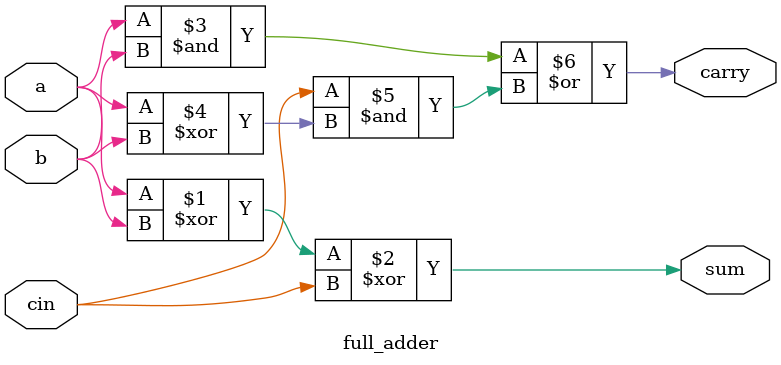
<source format=v>
`timescale 1ns / 1ps

module top_adder (
    input [7:0] a,
    input [7:0] b,
    input [1:0] btn,
    output [3:0] fnd_digit,
    output [7:0] fnd_data,
    output  c
);

    wire [7:0] w_sum;

fnd_controller U_FND_CNTL(
    .sum(w_sum),
    .btn(btn),
    .fnd_digit(fnd_digit),
    .fnd_data(fnd_data)
);

adder U_ADDER (
    .a(a),
    .b(b),
    .sum(w_sum),
    .carry(c)
);

    
endmodule


module adder (
    input [7:0] a,
    input [7:0] b,
    output [7:0] sum,
    output carry
);

    wire w_fa4_0_c, w_fa4_1_c;

    full_adder_4bit fad0(
        .a0(a[0]),
        .a1(a[1]),
        .a2(a[2]),
        .a3(a[3]),
        .b0(b[0]),
        .b1(b[1]),
        .b2(b[2]),
        .b3(b[3]),
        .cin(1'b0),
        .sum0(sum[0]),
        .sum1(sum[1]),
        .sum2(sum[2]),
        .sum3(sum[3]),
        .carry(w_fa4_0_c)
    );

    full_adder_4bit fad1(
        .a0(a[4]),
        .a1(a[5]),
        .a2(a[6]),
        .a3(a[7]),
        .b0(b[4]),
        .b1(b[5]),
        .b2(b[6]),
        .b3(b[7]),
        .cin(w_fa4_0_c),
        .sum0(sum[4]),
        .sum1(sum[5]),
        .sum2(sum[6]),
        .sum3(sum[7]),
        .carry(carry)
    );

endmodule


module full_adder_4bit (
    input a0,
    input a1,
    input a2,
    input a3,
    input b0,
    input b1,
    input b2,
    input b3,
    input cin,
    output sum0,
    output sum1,
    output sum2,
    output sum3,
    output carry
);
    wire w_fa0_c, w_fa1_c, w_fa2_c;

    full_adder U_FA0 (
        .a(a0),
        .b(b0),
        .cin(cin),
        .sum(sum0),
        .carry(w_fa0_c)
    );
    full_adder U_FA1 (
        .a(a1),
        .b(b1),
        .cin(w_fa0_c),
        .sum(sum1),
        .carry(w_fa1_c)
    );
    full_adder U_FA2 (
        .a(a2),
        .b(b2),
        .cin(w_fa1_c),
        .sum(sum2),
        .carry(w_fa2_c)
    );
    full_adder U_FA3 (
        .a(a3),
        .b(b3),
        .cin(w_fa2_c),
        .sum(sum3),
        .carry(carry)
    );

endmodule

module full_adder (
    input  a,
    input  b,
    input  cin,
    output sum,
    output carry
);

    // full adder
    assign sum   = a ^ b ^ cin;
    assign carry = (a & b) | (cin & (a ^ b));

endmodule


</source>
